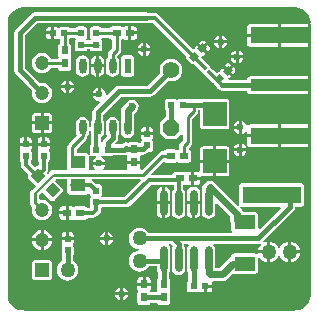
<source format=gtl>
G04 Layer_Physical_Order=1*
G04 Layer_Color=255*
%FSLAX44Y44*%
%MOMM*%
G71*
G01*
G75*
%ADD10R,5.0000X1.4730*%
G04:AMPARAMS|DCode=11|XSize=0.5mm|YSize=0.6mm|CornerRadius=0mm|HoleSize=0mm|Usage=FLASHONLY|Rotation=315.000|XOffset=0mm|YOffset=0mm|HoleType=Round|Shape=Rectangle|*
%AMROTATEDRECTD11*
4,1,4,-0.3889,-0.0353,0.0353,0.3889,0.3889,0.0353,-0.0353,-0.3889,-0.3889,-0.0353,0.0*
%
%ADD11ROTATEDRECTD11*%

G04:AMPARAMS|DCode=12|XSize=0.3mm|YSize=0.5mm|CornerRadius=0mm|HoleSize=0mm|Usage=FLASHONLY|Rotation=45.000|XOffset=0mm|YOffset=0mm|HoleType=Round|Shape=Rectangle|*
%AMROTATEDRECTD12*
4,1,4,0.0707,-0.2828,-0.2828,0.0707,-0.0707,0.2828,0.2828,-0.0707,0.0707,-0.2828,0.0*
%
%ADD12ROTATEDRECTD12*%

%ADD13R,0.5000X0.6000*%
%ADD14R,2.0000X2.0000*%
%ADD15R,5.0000X1.0000*%
%ADD16R,5.0000X1.4000*%
%ADD17R,1.8000X1.2000*%
%ADD18R,0.6000X0.8000*%
%ADD19R,0.6000X0.5000*%
%ADD20R,0.8000X0.6000*%
%ADD21R,1.3000X1.0500*%
%ADD22O,0.6000X2.2000*%
%ADD23R,0.6000X1.3000*%
%ADD24O,0.6000X1.3000*%
G04:AMPARAMS|DCode=25|XSize=0.95mm|YSize=0.9mm|CornerRadius=0mm|HoleSize=0mm|Usage=FLASHONLY|Rotation=45.000|XOffset=0mm|YOffset=0mm|HoleType=Round|Shape=Rectangle|*
%AMROTATEDRECTD25*
4,1,4,-0.0177,-0.6541,-0.6541,-0.0177,0.0177,0.6541,0.6541,0.0177,-0.0177,-0.6541,0.0*
%
%ADD25ROTATEDRECTD25*%

%ADD26C,0.3000*%
%ADD27C,0.4000*%
%ADD28C,0.6000*%
%ADD29C,0.2540*%
%ADD30C,0.2000*%
%ADD31P,1.5154X8X112.5*%
%ADD32C,1.4000*%
%ADD33R,1.2000X1.2000*%
%ADD34C,1.2000*%
%ADD35C,0.6000*%
%ADD36C,1.2700*%
G36*
X245376Y254737D02*
X247919Y253683D01*
X250208Y252154D01*
X252154Y250208D01*
X253683Y247919D01*
X254737Y245376D01*
X255274Y242676D01*
Y242345D01*
X254004Y241319D01*
X254000Y241320D01*
X230270D01*
Y231730D01*
Y222140D01*
X254000D01*
X254004Y222141D01*
X255274Y221115D01*
Y197845D01*
X254004Y196819D01*
X254000Y196820D01*
X204000D01*
X203009Y196623D01*
X202169Y196061D01*
X201607Y195221D01*
X201410Y194230D01*
Y193859D01*
X186642D01*
X185720Y194902D01*
X185654Y195129D01*
X185736Y195285D01*
X185862Y195426D01*
X186623Y195935D01*
X187847Y197159D01*
X184248Y200758D01*
X180648Y204356D01*
X179425Y203133D01*
X178864Y202293D01*
X178667Y201302D01*
X177458Y200870D01*
X177437Y200866D01*
X176597Y200305D01*
X175844Y199552D01*
X173028Y202368D01*
X172902Y202451D01*
X171239Y204115D01*
X170399Y204676D01*
X170388Y204678D01*
X170386Y204689D01*
X169825Y205529D01*
X168162Y207192D01*
X168078Y207318D01*
X162619Y212777D01*
X162766Y212997D01*
X162963Y213988D01*
X164172Y214420D01*
X164193Y214424D01*
X165033Y214985D01*
X166257Y216208D01*
X162658Y219807D01*
X159059Y223407D01*
X157835Y222183D01*
X157274Y221343D01*
X157077Y220352D01*
X155868Y219920D01*
X155847Y219916D01*
X155626Y219769D01*
X126103Y249293D01*
X124766Y250186D01*
X123190Y250499D01*
X117577D01*
X117341Y250657D01*
X115570Y251009D01*
X21590D01*
X21590Y251009D01*
X19819Y250657D01*
X18317Y249653D01*
X18317Y249653D01*
X5617Y236953D01*
X4613Y235451D01*
X4261Y233680D01*
X4261Y233680D01*
Y201930D01*
X4261Y201930D01*
X4613Y200159D01*
X5617Y198657D01*
X19567Y184707D01*
X19326Y182880D01*
X19620Y180651D01*
X20480Y178573D01*
X21849Y176789D01*
X23633Y175420D01*
X25711Y174560D01*
X27940Y174266D01*
X30169Y174560D01*
X32247Y175420D01*
X34031Y176789D01*
X35400Y178573D01*
X36260Y180651D01*
X36554Y182880D01*
X36260Y185109D01*
X35400Y187187D01*
X34031Y188971D01*
X32247Y190340D01*
X30169Y191200D01*
X27940Y191494D01*
X26113Y191253D01*
X13519Y203847D01*
Y231763D01*
X23507Y241751D01*
X115570D01*
X117341Y242103D01*
X117577Y242261D01*
X121484D01*
X150082Y213663D01*
X150006Y213281D01*
X150203Y212290D01*
X150764Y211450D01*
X154300Y207914D01*
X155140Y207353D01*
X156131Y207156D01*
X156513Y207232D01*
X162253Y201492D01*
X162378Y201409D01*
X164041Y199745D01*
X164881Y199184D01*
X164892Y199182D01*
X164894Y199171D01*
X165455Y198331D01*
X167119Y196668D01*
X167202Y196542D01*
X172315Y191430D01*
X173072Y190924D01*
X173577Y190167D01*
X176008Y187737D01*
X176063Y187459D01*
X177067Y185957D01*
X178569Y184953D01*
X180340Y184601D01*
X201410D01*
Y184230D01*
X201607Y183239D01*
X202169Y182399D01*
X203009Y181837D01*
X204000Y181640D01*
X254000D01*
X254004Y181641D01*
X255274Y180615D01*
Y157345D01*
X254004Y156319D01*
X254000Y156320D01*
X230270D01*
Y146730D01*
Y137140D01*
X254000D01*
X254004Y137141D01*
X255274Y136115D01*
Y12700D01*
Y11324D01*
X254737Y8624D01*
X253683Y6081D01*
X252154Y3792D01*
X250208Y1846D01*
X247919Y317D01*
X245376Y-737D01*
X242676Y-1274D01*
X11324D01*
X8624Y-737D01*
X6081Y317D01*
X3792Y1846D01*
X1846Y3792D01*
X317Y6081D01*
X-737Y8624D01*
X-1274Y11324D01*
Y12700D01*
Y241300D01*
Y242676D01*
X-737Y245376D01*
X317Y247919D01*
X1846Y250208D01*
X3792Y252154D01*
X6081Y253683D01*
X8624Y254737D01*
X11324Y255274D01*
X242676D01*
X245376Y254737D01*
D02*
G37*
%LPC*%
G36*
X132080Y103436D02*
Y91310D01*
X136459D01*
Y98040D01*
X136028Y100202D01*
X134804Y102034D01*
X132972Y103259D01*
X132080Y103436D01*
D02*
G37*
G36*
X129540D02*
X128648Y103259D01*
X126816Y102034D01*
X125591Y100202D01*
X125161Y98040D01*
Y91310D01*
X129540D01*
Y103436D01*
D02*
G37*
G36*
X156628Y103605D02*
X155792D01*
X155313Y103510D01*
X154048Y103259D01*
X152216Y102034D01*
X150991Y100202D01*
X150562Y98040D01*
Y91310D01*
X161859D01*
Y98040D01*
X161429Y100202D01*
X160204Y102034D01*
X158372Y103259D01*
X157107Y103510D01*
X156628Y103605D01*
D02*
G37*
G36*
X186580Y123720D02*
X175260D01*
Y112400D01*
X183990D01*
X184981Y112597D01*
X185821Y113159D01*
X186383Y113999D01*
X186580Y114990D01*
Y123720D01*
D02*
G37*
G36*
X161950Y109220D02*
X156630D01*
Y104900D01*
X159360D01*
X160351Y105097D01*
X161191Y105659D01*
X161753Y106499D01*
X161950Y107490D01*
Y109220D01*
D02*
G37*
G36*
X47840Y86870D02*
X45110D01*
X44119Y86673D01*
X43279Y86111D01*
X42717Y85271D01*
X42520Y84280D01*
Y82550D01*
X47840D01*
Y86870D01*
D02*
G37*
G36*
X129540Y88770D02*
X125161D01*
Y82040D01*
X125591Y79878D01*
X126816Y78046D01*
X128648Y76821D01*
X129540Y76644D01*
Y88770D01*
D02*
G37*
G36*
X47840Y80010D02*
X42520D01*
Y78280D01*
X42717Y77289D01*
X43279Y76449D01*
X44119Y75887D01*
X45110Y75690D01*
X47840D01*
Y80010D01*
D02*
G37*
G36*
X136459Y88770D02*
X132080D01*
Y76644D01*
X132972Y76821D01*
X134804Y78046D01*
X136028Y79878D01*
X136459Y82040D01*
Y88770D01*
D02*
G37*
G36*
X161859D02*
X157480D01*
Y76644D01*
X158372Y76821D01*
X160204Y78046D01*
X161429Y79878D01*
X161859Y82040D01*
Y88770D01*
D02*
G37*
G36*
X154940D02*
X150562D01*
Y82040D01*
X150991Y79878D01*
X152216Y78046D01*
X154048Y76821D01*
X154940Y76644D01*
Y88770D01*
D02*
G37*
G36*
X227730Y145460D02*
X201410D01*
Y139730D01*
X201607Y138739D01*
X202169Y137899D01*
X203009Y137337D01*
X204000Y137140D01*
X227730D01*
Y145460D01*
D02*
G37*
G36*
X196850Y140016D02*
Y135890D01*
X200976D01*
X200799Y136782D01*
X199574Y138614D01*
X197742Y139839D01*
X196850Y140016D01*
D02*
G37*
G36*
X12700Y145210D02*
X11470D01*
X10479Y145013D01*
X9639Y144451D01*
X9077Y143611D01*
X8880Y142620D01*
Y140890D01*
X12700D01*
Y145210D01*
D02*
G37*
G36*
X16470D02*
X15240D01*
Y140890D01*
X19060D01*
Y142620D01*
X18863Y143611D01*
X18301Y144451D01*
X17461Y145013D01*
X16470Y145210D01*
D02*
G37*
G36*
X27940D02*
X26710D01*
X25719Y145013D01*
X24879Y144451D01*
X24317Y143611D01*
X24120Y142620D01*
Y140890D01*
X27940D01*
Y145210D01*
D02*
G37*
G36*
X194310Y140016D02*
X193418Y139839D01*
X191586Y138614D01*
X190361Y136782D01*
X190184Y135890D01*
X194310D01*
Y140016D01*
D02*
G37*
G36*
X172720Y137579D02*
X163990D01*
X162999Y137382D01*
X162159Y136821D01*
X161597Y135981D01*
X161400Y134990D01*
Y126260D01*
X172720D01*
Y137579D01*
D02*
G37*
G36*
Y123720D02*
X161400D01*
Y116709D01*
X160958Y116361D01*
X160130Y115927D01*
X159360Y116080D01*
X156630D01*
Y111760D01*
X161950D01*
Y111771D01*
X162392Y112119D01*
X163220Y112553D01*
X163990Y112400D01*
X172720D01*
Y123720D01*
D02*
G37*
G36*
X183990Y137579D02*
X175260D01*
Y126260D01*
X186580D01*
Y134990D01*
X186383Y135981D01*
X185821Y136821D01*
X184981Y137382D01*
X183990Y137579D01*
D02*
G37*
G36*
X200976Y133350D02*
X196850D01*
Y129224D01*
X197742Y129401D01*
X199574Y130626D01*
X200799Y132458D01*
X200976Y133350D01*
D02*
G37*
G36*
X194310D02*
X190184D01*
X190361Y132458D01*
X191586Y130626D01*
X193418Y129401D01*
X194310Y129224D01*
Y133350D01*
D02*
G37*
G36*
X170180Y108519D02*
X168018Y108089D01*
X166186Y106864D01*
X166186Y106864D01*
X164916Y105594D01*
X163692Y103762D01*
X163262Y101600D01*
X163262Y101600D01*
Y90040D01*
Y82040D01*
X163692Y79878D01*
X164916Y78046D01*
X166748Y76821D01*
X168910Y76392D01*
X171072Y76821D01*
X172904Y78046D01*
X174129Y79878D01*
X174559Y82040D01*
Y88844D01*
X175732Y89330D01*
X187391Y77670D01*
Y74930D01*
X187391Y74930D01*
X187800Y72875D01*
Y67380D01*
X187997Y66389D01*
X188532Y65589D01*
X188485Y65345D01*
X188113Y64319D01*
X138430D01*
X138430Y64319D01*
X138430Y64319D01*
X118144D01*
X116830Y66030D01*
X114973Y67455D01*
X112811Y68351D01*
X110490Y68657D01*
X108169Y68351D01*
X106007Y67455D01*
X104150Y66030D01*
X102725Y64173D01*
X101829Y62011D01*
X101523Y59690D01*
X101829Y57369D01*
X102725Y55207D01*
X104150Y53350D01*
X106007Y51925D01*
X108169Y51029D01*
X109845Y50808D01*
X109866Y50805D01*
Y49525D01*
X109845Y49522D01*
X108169Y49301D01*
X106007Y48405D01*
X104150Y46980D01*
X102725Y45123D01*
X101829Y42961D01*
X101523Y40640D01*
X101829Y38319D01*
X102725Y36157D01*
X104150Y34300D01*
X106007Y32875D01*
X108169Y31979D01*
X110490Y31673D01*
X112811Y31979D01*
X114973Y32875D01*
X116830Y34300D01*
X118144Y36011D01*
X125161D01*
Y34040D01*
X125591Y31878D01*
X126181Y30996D01*
Y26706D01*
X125979Y26571D01*
X125417Y25731D01*
X125220Y24740D01*
Y16740D01*
X125417Y15749D01*
X125547Y15556D01*
X124949Y14369D01*
X120161D01*
X119564Y15556D01*
X119693Y15749D01*
X119890Y16740D01*
Y19470D01*
X108710D01*
Y16740D01*
X108907Y15749D01*
X109247Y15240D01*
X108907Y14731D01*
X108710Y13740D01*
Y5740D01*
X108907Y4749D01*
X109469Y3909D01*
X110309Y3347D01*
X111300Y3150D01*
X117300D01*
X118291Y3347D01*
X119131Y3909D01*
X119693Y4749D01*
X119765Y5111D01*
X125345D01*
X125417Y4749D01*
X125979Y3909D01*
X126819Y3347D01*
X127810Y3150D01*
X133810D01*
X134801Y3347D01*
X135641Y3909D01*
X136203Y4749D01*
X136400Y5740D01*
Y13740D01*
X136203Y14731D01*
X135863Y15240D01*
X136203Y15749D01*
X136400Y16740D01*
Y24740D01*
X136203Y25731D01*
X135641Y26571D01*
X135439Y26706D01*
Y30996D01*
X136028Y31878D01*
X136459Y34040D01*
Y50040D01*
X136028Y52202D01*
X134995Y53749D01*
X135435Y54889D01*
X136560Y55014D01*
X138724Y52849D01*
X138291Y52202D01*
X137861Y50040D01*
Y34040D01*
X138291Y31878D01*
X139516Y30046D01*
X141348Y28821D01*
X143510Y28391D01*
X145672Y28821D01*
X147504Y30046D01*
X148729Y31878D01*
X149158Y34040D01*
Y50040D01*
X148729Y52202D01*
X148139Y53084D01*
Y54610D01*
X148139Y54610D01*
X148509Y55061D01*
X151641D01*
X152053Y53791D01*
X150991Y52202D01*
X150562Y50040D01*
Y34040D01*
X150991Y31878D01*
X151581Y30996D01*
Y23463D01*
X151459Y23381D01*
X150897Y22541D01*
X150700Y21550D01*
Y16550D01*
X150897Y15559D01*
X151459Y14719D01*
X152299Y14157D01*
X153290Y13960D01*
X159290D01*
X160281Y14157D01*
X161121Y14719D01*
X161459D01*
X162299Y14157D01*
X163290Y13960D01*
X165020D01*
Y19050D01*
X166290D01*
Y20320D01*
X171880D01*
Y21550D01*
X171726Y22322D01*
X171770Y22515D01*
X172080Y23020D01*
X172528Y23561D01*
X180340D01*
X180340Y23561D01*
X182502Y23991D01*
X184334Y25216D01*
X189223Y30105D01*
X189399Y29987D01*
X190390Y29790D01*
X208390D01*
X209381Y29987D01*
X210221Y30549D01*
X210783Y31389D01*
X210980Y32380D01*
Y42948D01*
X212250Y43379D01*
X213370Y41920D01*
X215227Y40495D01*
X217389Y39599D01*
X218440Y39460D01*
Y46990D01*
X210361D01*
X209685Y46570D01*
X209381Y46773D01*
X208390Y46970D01*
X190390D01*
X189399Y46773D01*
X188559Y46211D01*
X187997Y45371D01*
X187800Y44380D01*
Y43688D01*
X187348Y43598D01*
X185516Y42374D01*
X185516Y42374D01*
X178000Y34859D01*
X174559D01*
Y42040D01*
Y50040D01*
X174129Y52202D01*
X173067Y53791D01*
X173479Y55061D01*
X210820D01*
X210820Y55061D01*
X212357Y55367D01*
X212932Y54767D01*
X213163Y54331D01*
X211945Y52743D01*
X211049Y50581D01*
X210910Y49530D01*
X218440D01*
Y57059D01*
X217389Y56921D01*
X215690Y56217D01*
X214970Y57294D01*
X240763Y83087D01*
X240763Y83087D01*
X241767Y84589D01*
X242119Y86360D01*
Y86565D01*
X247250D01*
X248241Y86762D01*
X249081Y87324D01*
X249643Y88164D01*
X249840Y89155D01*
Y103885D01*
X249643Y104876D01*
X249081Y105716D01*
X248241Y106278D01*
X247250Y106475D01*
X197250D01*
X196259Y106278D01*
X195419Y105716D01*
X194857Y104876D01*
X194660Y103885D01*
Y89155D01*
X194857Y88164D01*
X194886Y88120D01*
X194079Y87044D01*
X193983Y87055D01*
X174174Y106864D01*
X172342Y108089D01*
X170180Y108519D01*
D02*
G37*
G36*
X54620Y58340D02*
X44440D01*
Y56610D01*
X44637Y55619D01*
X45199Y54779D01*
Y54441D01*
X44637Y53601D01*
X44440Y52610D01*
Y46610D01*
X44637Y45619D01*
X44901Y45224D01*
Y40674D01*
X43190Y39360D01*
X41765Y37503D01*
X40869Y35341D01*
X40563Y33020D01*
X40869Y30699D01*
X41765Y28537D01*
X43190Y26680D01*
X45047Y25255D01*
X47209Y24359D01*
X49530Y24053D01*
X51851Y24359D01*
X54013Y25255D01*
X55870Y26680D01*
X57295Y28537D01*
X58191Y30699D01*
X58497Y33020D01*
X58191Y35341D01*
X57295Y37503D01*
X55870Y39360D01*
X54159Y40674D01*
Y45224D01*
X54423Y45619D01*
X54620Y46610D01*
Y52610D01*
X54423Y53601D01*
X53861Y54441D01*
Y54779D01*
X54423Y55619D01*
X54620Y56610D01*
Y58340D01*
D02*
G37*
G36*
X117300Y27330D02*
X115570D01*
Y22010D01*
X119890D01*
Y24740D01*
X119693Y25731D01*
X119131Y26571D01*
X118291Y27133D01*
X117300Y27330D01*
D02*
G37*
G36*
X33940Y41610D02*
X21940D01*
X20949Y41413D01*
X20109Y40851D01*
X19547Y40011D01*
X19350Y39020D01*
Y27020D01*
X19547Y26029D01*
X20109Y25189D01*
X20949Y24627D01*
X21940Y24430D01*
X33940D01*
X34931Y24627D01*
X35771Y25189D01*
X36333Y26029D01*
X36530Y27020D01*
Y39020D01*
X36333Y40011D01*
X35771Y40851D01*
X34931Y41413D01*
X33940Y41610D01*
D02*
G37*
G36*
X238760Y57059D02*
Y49530D01*
X246290D01*
X246151Y50581D01*
X245255Y52743D01*
X243830Y54600D01*
X241973Y56025D01*
X239811Y56921D01*
X238760Y57059D01*
D02*
G37*
G36*
X246290Y46990D02*
X238760D01*
Y39460D01*
X239811Y39599D01*
X241973Y40495D01*
X243830Y41920D01*
X245255Y43777D01*
X246151Y45939D01*
X246290Y46990D01*
D02*
G37*
G36*
X113030Y27330D02*
X111300D01*
X110309Y27133D01*
X109469Y26571D01*
X108907Y25731D01*
X108710Y24740D01*
Y22010D01*
X113030D01*
Y27330D01*
D02*
G37*
G36*
X100646Y11430D02*
X96520D01*
Y7304D01*
X97412Y7481D01*
X99244Y8706D01*
X100469Y10538D01*
X100646Y11430D01*
D02*
G37*
G36*
X93980D02*
X89854D01*
X90031Y10538D01*
X91256Y8706D01*
X93088Y7481D01*
X93980Y7304D01*
Y11430D01*
D02*
G37*
G36*
X171880Y17780D02*
X167560D01*
Y13960D01*
X169290D01*
X170281Y14157D01*
X171121Y14719D01*
X171683Y15559D01*
X171880Y16550D01*
Y17780D01*
D02*
G37*
G36*
X96520Y18096D02*
Y13970D01*
X100646D01*
X100469Y14862D01*
X99244Y16694D01*
X97412Y17919D01*
X96520Y18096D01*
D02*
G37*
G36*
X93980D02*
X93088Y17919D01*
X91256Y16694D01*
X90031Y14862D01*
X89854Y13970D01*
X93980D01*
Y18096D01*
D02*
G37*
G36*
X48260Y65200D02*
X47030D01*
X46039Y65003D01*
X45199Y64441D01*
X44637Y63601D01*
X44440Y62610D01*
Y60880D01*
X48260D01*
Y65200D01*
D02*
G37*
G36*
X29210Y66866D02*
Y59690D01*
X36386D01*
X36260Y60649D01*
X35400Y62727D01*
X34031Y64511D01*
X32247Y65880D01*
X30169Y66740D01*
X29210Y66866D01*
D02*
G37*
G36*
X52030Y65200D02*
X50800D01*
Y60880D01*
X54620D01*
Y62610D01*
X54423Y63601D01*
X53861Y64441D01*
X53021Y65003D01*
X52030Y65200D01*
D02*
G37*
G36*
X83820Y65086D02*
Y60960D01*
X87946D01*
X87769Y61852D01*
X86544Y63684D01*
X84712Y64909D01*
X83820Y65086D01*
D02*
G37*
G36*
X81280D02*
X80388Y64909D01*
X78556Y63684D01*
X77331Y61852D01*
X77154Y60960D01*
X81280D01*
Y65086D01*
D02*
G37*
G36*
X26670Y66866D02*
X25711Y66740D01*
X23633Y65880D01*
X21849Y64511D01*
X20480Y62727D01*
X19620Y60649D01*
X19493Y59690D01*
X26670D01*
Y66866D01*
D02*
G37*
G36*
X36386Y57150D02*
X29210D01*
Y49974D01*
X30169Y50100D01*
X32247Y50960D01*
X34031Y52329D01*
X35400Y54113D01*
X36260Y56191D01*
X36386Y57150D01*
D02*
G37*
G36*
X26670D02*
X19493D01*
X19620Y56191D01*
X20480Y54113D01*
X21849Y52329D01*
X23633Y50960D01*
X25711Y50100D01*
X26670Y49974D01*
Y57150D01*
D02*
G37*
G36*
X236220Y57059D02*
X235169Y56921D01*
X233007Y56025D01*
X231150Y54600D01*
X229725Y52743D01*
X229287Y51688D01*
X227913D01*
X227475Y52743D01*
X226050Y54600D01*
X224193Y56025D01*
X222031Y56921D01*
X220980Y57059D01*
Y48260D01*
Y39460D01*
X222031Y39599D01*
X224193Y40495D01*
X226050Y41920D01*
X227475Y43777D01*
X227913Y44832D01*
X229287D01*
X229725Y43777D01*
X231150Y41920D01*
X233007Y40495D01*
X235169Y39599D01*
X236220Y39460D01*
Y48260D01*
Y57059D01*
D02*
G37*
G36*
X87946Y58420D02*
X83820D01*
Y54294D01*
X84712Y54471D01*
X86544Y55696D01*
X87769Y57528D01*
X87946Y58420D01*
D02*
G37*
G36*
X81280D02*
X77154D01*
X77331Y57528D01*
X78556Y55696D01*
X80388Y54471D01*
X81280Y54294D01*
Y58420D01*
D02*
G37*
G36*
X31710Y145210D02*
X30480D01*
Y140890D01*
X34300D01*
Y142620D01*
X34103Y143611D01*
X33541Y144451D01*
X32701Y145013D01*
X31710Y145210D01*
D02*
G37*
G36*
X191770Y218756D02*
X190878Y218579D01*
X189046Y217354D01*
X187821Y215522D01*
X187644Y214630D01*
X191770D01*
Y218756D01*
D02*
G37*
G36*
X119696Y218440D02*
X115570D01*
Y214314D01*
X116462Y214491D01*
X118294Y215716D01*
X119519Y217548D01*
X119696Y218440D01*
D02*
G37*
G36*
X194310Y218756D02*
Y214630D01*
X198436D01*
X198259Y215522D01*
X197034Y217354D01*
X195202Y218579D01*
X194310Y218756D01*
D02*
G37*
G36*
X177800Y224790D02*
X173674D01*
X173851Y223898D01*
X175076Y222066D01*
X176908Y220841D01*
X177800Y220664D01*
Y224790D01*
D02*
G37*
G36*
X168406Y223760D02*
X165352Y220706D01*
X168053Y218004D01*
X169276Y219228D01*
X169837Y220068D01*
X170034Y221059D01*
X169837Y222050D01*
X169276Y222890D01*
X168406Y223760D01*
D02*
G37*
G36*
X113030Y218440D02*
X108904D01*
X109081Y217548D01*
X110306Y215716D01*
X112138Y214491D01*
X113030Y214314D01*
Y218440D01*
D02*
G37*
G36*
X73660Y214566D02*
X72768Y214389D01*
X70936Y213164D01*
X69711Y211332D01*
X69282Y209170D01*
Y206940D01*
X73660D01*
Y214566D01*
D02*
G37*
G36*
X106020Y239270D02*
X103290D01*
Y234950D01*
X108610D01*
Y236680D01*
X108413Y237671D01*
X107851Y238511D01*
X107011Y239073D01*
X106020Y239270D01*
D02*
G37*
G36*
X76200Y214566D02*
Y206940D01*
X80579D01*
Y209170D01*
X80149Y211332D01*
X78924Y213164D01*
X77092Y214389D01*
X76200Y214566D01*
D02*
G37*
G36*
X198436Y212090D02*
X194310D01*
Y207964D01*
X195202Y208141D01*
X197034Y209366D01*
X198259Y211198D01*
X198436Y212090D01*
D02*
G37*
G36*
X191770D02*
X187644D01*
X187821Y211198D01*
X189046Y209366D01*
X190878Y208141D01*
X191770Y207964D01*
Y212090D01*
D02*
G37*
G36*
X108610Y232410D02*
X103290D01*
Y228090D01*
X106020D01*
X107011Y228287D01*
X107851Y228849D01*
X108413Y229689D01*
X108610Y230680D01*
Y232410D01*
D02*
G37*
G36*
X180340Y231456D02*
Y227330D01*
X184466D01*
X184289Y228222D01*
X183064Y230054D01*
X181232Y231279D01*
X180340Y231456D01*
D02*
G37*
G36*
X35640Y232410D02*
X31320D01*
Y231180D01*
X31517Y230189D01*
X32079Y229349D01*
X32919Y228787D01*
X33910Y228590D01*
X35640D01*
Y232410D01*
D02*
G37*
G36*
Y238770D02*
X33910D01*
X32919Y238573D01*
X32079Y238011D01*
X31517Y237171D01*
X31320Y236180D01*
Y234950D01*
X35640D01*
Y238770D01*
D02*
G37*
G36*
X227730Y241320D02*
X204000D01*
X203009Y241123D01*
X202169Y240561D01*
X201607Y239721D01*
X201410Y238730D01*
Y233000D01*
X227730D01*
Y241320D01*
D02*
G37*
G36*
X177800Y231456D02*
X176908Y231279D01*
X175076Y230054D01*
X173851Y228222D01*
X173674Y227330D01*
X177800D01*
Y231456D01*
D02*
G37*
G36*
X113030Y225106D02*
X112138Y224929D01*
X110306Y223704D01*
X109081Y221872D01*
X108904Y220980D01*
X113030D01*
Y225106D01*
D02*
G37*
G36*
X184466Y224790D02*
X180340D01*
Y220664D01*
X181232Y220841D01*
X183064Y222066D01*
X184289Y223898D01*
X184466Y224790D01*
D02*
G37*
G36*
X115570Y225106D02*
Y220980D01*
X119696D01*
X119519Y221872D01*
X118294Y223704D01*
X116462Y224929D01*
X115570Y225106D01*
D02*
G37*
G36*
X163909Y227184D02*
X162918Y226987D01*
X162078Y226426D01*
X160855Y225203D01*
X163556Y222502D01*
X166610Y225556D01*
X165740Y226426D01*
X164900Y226987D01*
X163909Y227184D01*
D02*
G37*
G36*
X227730Y230460D02*
X201410D01*
Y224730D01*
X201607Y223739D01*
X202169Y222899D01*
X203009Y222337D01*
X204000Y222140D01*
X227730D01*
Y230460D01*
D02*
G37*
G36*
X185499Y208134D02*
X184508Y207937D01*
X183668Y207376D01*
X182445Y206152D01*
X185146Y203452D01*
X188200Y206506D01*
X187330Y207376D01*
X186490Y207937D01*
X185499Y208134D01*
D02*
G37*
G36*
X194310Y159066D02*
X193418Y158889D01*
X191586Y157664D01*
X190361Y155832D01*
X190184Y154940D01*
X194310D01*
Y159066D01*
D02*
G37*
G36*
X119340Y154100D02*
X118110D01*
Y149780D01*
X121930D01*
Y151510D01*
X121733Y152501D01*
X121171Y153341D01*
X120331Y153903D01*
X119340Y154100D01*
D02*
G37*
G36*
X26670Y166070D02*
X21940D01*
X20949Y165873D01*
X20109Y165311D01*
X19547Y164471D01*
X19350Y163480D01*
Y158750D01*
X26670D01*
Y166070D01*
D02*
G37*
G36*
X48260Y186690D02*
X44134D01*
X44311Y185798D01*
X45536Y183966D01*
X47368Y182741D01*
X48260Y182564D01*
Y186690D01*
D02*
G37*
G36*
X33940Y166070D02*
X29210D01*
Y158750D01*
X36530D01*
Y163480D01*
X36333Y164471D01*
X35771Y165311D01*
X34931Y165873D01*
X33940Y166070D01*
D02*
G37*
G36*
X115570Y154100D02*
X114340D01*
X113349Y153903D01*
X112509Y153341D01*
X111947Y152501D01*
X111750Y151510D01*
Y149780D01*
X115570D01*
Y154100D01*
D02*
G37*
G36*
X196850Y159066D02*
Y153670D01*
Y148274D01*
X197742Y148451D01*
X199574Y149676D01*
X200140Y150523D01*
X201410Y150138D01*
Y148000D01*
X227730D01*
Y156320D01*
X204000D01*
X203009Y156123D01*
X202169Y155561D01*
X202152Y155536D01*
X200804Y155805D01*
X200799Y155832D01*
X199574Y157664D01*
X197742Y158889D01*
X196850Y159066D01*
D02*
G37*
G36*
X104140Y177099D02*
X101978Y176669D01*
X100146Y175444D01*
X100146Y175444D01*
X96336Y171634D01*
X95112Y169802D01*
X94682Y167640D01*
X94682Y167640D01*
Y157170D01*
Y150170D01*
X95112Y148008D01*
X96336Y146176D01*
X98168Y144951D01*
X100330Y144522D01*
X102492Y144951D01*
X104324Y146176D01*
X105549Y148008D01*
X105979Y150170D01*
Y157170D01*
Y165300D01*
X108134Y167456D01*
X108134Y167456D01*
X109359Y169288D01*
X109789Y171450D01*
X109359Y173612D01*
X108134Y175444D01*
X106302Y176669D01*
X104140Y177099D01*
D02*
G37*
G36*
X194310Y152400D02*
X190184D01*
X190361Y151508D01*
X191586Y149676D01*
X193418Y148451D01*
X194310Y148274D01*
Y152400D01*
D02*
G37*
G36*
X36530Y156210D02*
X29210D01*
Y148890D01*
X33940D01*
X34931Y149087D01*
X35771Y149649D01*
X36333Y150489D01*
X36530Y151480D01*
Y156210D01*
D02*
G37*
G36*
X26670D02*
X19350D01*
Y151480D01*
X19547Y150489D01*
X20109Y149649D01*
X20949Y149087D01*
X21940Y148890D01*
X26670D01*
Y156210D01*
D02*
G37*
G36*
X103330Y214760D02*
X97330D01*
X96339Y214563D01*
X95499Y214001D01*
X94937Y213161D01*
X94740Y212170D01*
Y199170D01*
X94937Y198179D01*
X95499Y197339D01*
X96339Y196777D01*
X97330Y196580D01*
X103330D01*
X104321Y196777D01*
X105161Y197339D01*
X105723Y198179D01*
X105920Y199170D01*
Y212170D01*
X105723Y213161D01*
X105161Y214001D01*
X104321Y214563D01*
X103330Y214760D01*
D02*
G37*
G36*
X62230Y214818D02*
X60068Y214389D01*
X58236Y213164D01*
X57011Y211332D01*
X56582Y209170D01*
Y202170D01*
X57011Y200008D01*
X58236Y198176D01*
X60068Y196951D01*
X62230Y196521D01*
X64392Y196951D01*
X66224Y198176D01*
X67449Y200008D01*
X67878Y202170D01*
Y209170D01*
X67449Y211332D01*
X66224Y213164D01*
X64392Y214389D01*
X62230Y214818D01*
D02*
G37*
G36*
X73660Y204400D02*
X69282D01*
Y202170D01*
X69711Y200008D01*
X70936Y198176D01*
X72768Y196951D01*
X73660Y196774D01*
Y204400D01*
D02*
G37*
G36*
X189996Y204710D02*
X186942Y201656D01*
X189643Y198955D01*
X190866Y200178D01*
X191427Y201018D01*
X191624Y202009D01*
X191427Y203000D01*
X190866Y203840D01*
X189996Y204710D01*
D02*
G37*
G36*
X80579Y204400D02*
X76200D01*
Y196774D01*
X77092Y196951D01*
X78924Y198176D01*
X80149Y200008D01*
X80579Y202170D01*
Y204400D01*
D02*
G37*
G36*
X137160Y211822D02*
X134670Y211494D01*
X132349Y210533D01*
X130356Y209004D01*
X128827Y207011D01*
X127866Y204690D01*
X127538Y202200D01*
X127866Y199710D01*
X127941Y199527D01*
X117193Y188779D01*
X92710D01*
X92710Y188779D01*
X90939Y188427D01*
X89437Y187423D01*
X89437Y187423D01*
X83024Y181010D01*
X81848Y181610D01*
X81419Y183772D01*
X80194Y185604D01*
X78362Y186829D01*
X77470Y187006D01*
Y181610D01*
X76200D01*
Y180340D01*
X70804D01*
X70981Y179448D01*
X72206Y177616D01*
X74038Y176391D01*
X76200Y175961D01*
X76800Y174786D01*
X71657Y169643D01*
X70653Y168141D01*
X70301Y166370D01*
X70301Y166370D01*
Y160214D01*
X69711Y159332D01*
X69281Y157170D01*
Y153928D01*
X69149Y153777D01*
X67878Y154256D01*
Y157170D01*
X67449Y159332D01*
X66224Y161164D01*
X64392Y162389D01*
X62230Y162819D01*
X60068Y162389D01*
X58236Y161164D01*
X57011Y159332D01*
X56582Y157170D01*
Y150170D01*
X57011Y148008D01*
X57686Y146999D01*
X50593Y139907D01*
X49751Y138647D01*
X49455Y137160D01*
Y129929D01*
X49330Y129300D01*
Y118800D01*
X49337Y118765D01*
X48326Y117495D01*
X37679D01*
X36192Y117199D01*
X34932Y116357D01*
X34148Y115184D01*
X33310Y114346D01*
X33181Y114359D01*
X32246Y115294D01*
X33016Y116445D01*
X33329Y118022D01*
Y124647D01*
X33541Y124789D01*
X34103Y125629D01*
X34300Y126620D01*
Y132620D01*
X34103Y133611D01*
X33541Y134451D01*
Y134789D01*
X34103Y135629D01*
X34300Y136620D01*
Y138350D01*
X29210D01*
X24120D01*
Y136620D01*
X24317Y135629D01*
X24879Y134789D01*
Y134451D01*
X24317Y133611D01*
X24120Y132620D01*
Y126620D01*
X24317Y125629D01*
X24879Y124789D01*
X25091Y124647D01*
Y121567D01*
X24986Y121481D01*
X23995Y121284D01*
X23155Y120723D01*
X22074Y119642D01*
X18235Y123480D01*
X18301Y124789D01*
X18863Y125629D01*
X19060Y126620D01*
Y132620D01*
X18863Y133611D01*
X18301Y134451D01*
Y134789D01*
X18863Y135629D01*
X19060Y136620D01*
Y138350D01*
X13970D01*
X8880D01*
Y136620D01*
X9077Y135629D01*
X9639Y134789D01*
Y134451D01*
X9077Y133611D01*
X8880Y132620D01*
Y126620D01*
X9077Y125629D01*
X9639Y124789D01*
X9851Y124647D01*
Y121920D01*
X10164Y120344D01*
X11057Y119007D01*
X16286Y113779D01*
X15876Y113165D01*
X15679Y112174D01*
X15876Y111183D01*
X16437Y110343D01*
X22801Y103979D01*
X22814Y103850D01*
X20016Y101052D01*
X18843Y100268D01*
X18001Y99008D01*
X17705Y97521D01*
Y90170D01*
X18001Y88683D01*
X18843Y87423D01*
X19795Y86472D01*
X19620Y86049D01*
X19326Y83820D01*
X19620Y81591D01*
X20480Y79513D01*
X21849Y77729D01*
X23633Y76360D01*
X25711Y75500D01*
X27940Y75206D01*
X30169Y75500D01*
X32247Y76360D01*
X34031Y77729D01*
X35400Y79513D01*
X36260Y81591D01*
X36554Y83820D01*
X36260Y86049D01*
X35400Y88127D01*
X34031Y89911D01*
X32247Y91280D01*
X30169Y92140D01*
X27940Y92434D01*
X26745Y92276D01*
X25475Y93359D01*
Y96302D01*
X27581Y98408D01*
X28458Y98322D01*
X34822Y91958D01*
X35662Y91397D01*
X36653Y91200D01*
X37644Y91397D01*
X38484Y91958D01*
X45202Y98675D01*
X45763Y99516D01*
X45960Y100507D01*
X45763Y101498D01*
X45202Y102338D01*
X39085Y108455D01*
X39350Y109423D01*
X39565Y109725D01*
X49330D01*
Y105100D01*
X49221Y104550D01*
X49330Y104000D01*
Y99300D01*
X49527Y98309D01*
X50089Y97469D01*
X50929Y96907D01*
X51920Y96710D01*
X64920D01*
X65911Y96907D01*
X66751Y97469D01*
X67313Y98309D01*
X68570Y98122D01*
Y97250D01*
X68767Y96259D01*
X69329Y95419D01*
Y95081D01*
X68767Y94241D01*
X68570Y93250D01*
Y87250D01*
X68686Y86669D01*
X68065Y85625D01*
X67814Y85399D01*
X66417D01*
X65941Y86111D01*
X65101Y86673D01*
X64110Y86870D01*
X56110D01*
X55119Y86673D01*
X54610Y86333D01*
X54101Y86673D01*
X53110Y86870D01*
X50380D01*
Y81280D01*
Y75690D01*
X53110D01*
X54101Y75887D01*
X54610Y76227D01*
X55119Y75887D01*
X56110Y75690D01*
X64110D01*
X65101Y75887D01*
X65941Y76449D01*
X66417Y77161D01*
X71120D01*
X72696Y77474D01*
X74033Y78367D01*
X76573Y80907D01*
X77466Y82244D01*
X77779Y83820D01*
Y85277D01*
X77991Y85419D01*
X78467Y86131D01*
X99140D01*
X100716Y86444D01*
X102053Y87337D01*
X119816Y105101D01*
X139364D01*
X139369Y105097D01*
X139391Y105093D01*
Y101847D01*
X138291Y100202D01*
X137861Y98040D01*
Y82040D01*
X138291Y79878D01*
X139516Y78046D01*
X141348Y76821D01*
X143510Y76392D01*
X145672Y76821D01*
X147504Y78046D01*
X148729Y79878D01*
X149158Y82040D01*
Y98040D01*
X148729Y100202D01*
X147629Y101847D01*
Y104900D01*
X148360D01*
X149351Y105097D01*
X149860Y105437D01*
X150369Y105097D01*
X151360Y104900D01*
X154090D01*
Y110490D01*
Y116080D01*
X151360D01*
X150369Y115883D01*
X149860Y115543D01*
X149351Y115883D01*
X148360Y116080D01*
X140360D01*
X139369Y115883D01*
X138529Y115321D01*
X137967Y114481D01*
X137770Y113490D01*
Y113339D01*
X120492D01*
X120006Y114513D01*
X130266Y124772D01*
X130909Y124709D01*
X131749Y124147D01*
X132740Y123950D01*
X140740D01*
X141731Y124147D01*
X142240Y124487D01*
X142749Y124147D01*
X143740Y123950D01*
X151740D01*
X152731Y124147D01*
X153571Y124709D01*
X154133Y125549D01*
X154330Y126540D01*
Y132540D01*
X154133Y133531D01*
X153571Y134371D01*
X152731Y134933D01*
X152361Y135006D01*
X152022Y136369D01*
X153877Y138223D01*
X154719Y139483D01*
X155015Y140970D01*
Y160951D01*
X158957Y164893D01*
X159799Y166153D01*
X160095Y167640D01*
Y168091D01*
X161400D01*
Y154990D01*
X161597Y153999D01*
X162159Y153159D01*
X162999Y152597D01*
X163990Y152400D01*
X183990D01*
X184981Y152597D01*
X185821Y153159D01*
X186383Y153999D01*
X186580Y154990D01*
Y174990D01*
X186383Y175981D01*
X185821Y176821D01*
X184981Y177382D01*
X183990Y177579D01*
X163990D01*
X162999Y177382D01*
X162949Y177349D01*
X151626D01*
X151231Y177613D01*
X150240Y177810D01*
X144240D01*
X143249Y177613D01*
X142409Y177051D01*
X142071D01*
X141231Y177613D01*
X140240Y177810D01*
X134240D01*
X133249Y177613D01*
X132409Y177051D01*
X131847Y176211D01*
X131650Y175220D01*
Y170220D01*
X131847Y169229D01*
X132409Y168389D01*
X132611Y168254D01*
Y162754D01*
X131829Y162231D01*
X128329Y158731D01*
X127767Y157891D01*
X127570Y156900D01*
Y149900D01*
X127767Y148909D01*
X128329Y148069D01*
X131829Y144569D01*
X132669Y144007D01*
X133660Y143810D01*
X140660D01*
X141651Y144007D01*
X142491Y144569D01*
X145975Y148053D01*
X146044Y148052D01*
X147245Y147660D01*
Y142579D01*
X144993Y140327D01*
X144151Y139066D01*
X143855Y137580D01*
Y135130D01*
X143740D01*
X142749Y134933D01*
X142240Y134593D01*
X141731Y134933D01*
X140740Y135130D01*
X132740D01*
X131749Y134933D01*
X130909Y134371D01*
X130347Y133531D01*
X130326Y133425D01*
X129540D01*
X128053Y133129D01*
X126793Y132287D01*
X112423Y117917D01*
X111596Y118011D01*
X111364Y118314D01*
X110846Y119265D01*
X111000Y120040D01*
Y122770D01*
X105410D01*
X99820D01*
Y120040D01*
X100017Y119049D01*
X100207Y118765D01*
X99536Y117495D01*
X79934D01*
X79549Y118765D01*
X80194Y119196D01*
X81419Y121028D01*
X81596Y121920D01*
X70804D01*
X70981Y121028D01*
X72206Y119196D01*
X72851Y118765D01*
X72466Y117495D01*
X68514D01*
X67503Y118765D01*
X67510Y118800D01*
Y129300D01*
X67313Y130291D01*
X66751Y131131D01*
X65911Y131693D01*
X64920Y131890D01*
X57225D01*
Y135551D01*
X64977Y143303D01*
X65819Y144563D01*
X66115Y146050D01*
Y146103D01*
X66224Y146176D01*
X67449Y148008D01*
X67878Y150170D01*
Y150704D01*
X69149Y151183D01*
X69281Y151032D01*
Y150170D01*
X69621Y148464D01*
Y139427D01*
X68909Y138951D01*
X68347Y138111D01*
X68150Y137120D01*
Y132120D01*
X68347Y131129D01*
X68909Y130289D01*
X69749Y129727D01*
X70740Y129530D01*
X73605D01*
X73690Y129311D01*
X73816Y128260D01*
X72206Y127184D01*
X70981Y125352D01*
X70804Y124460D01*
X81596D01*
X81419Y125352D01*
X80194Y127184D01*
X78453Y128347D01*
X78276Y128856D01*
X78114Y129706D01*
X78359Y130009D01*
X78930Y130274D01*
X79749Y129727D01*
X80740Y129530D01*
X86740D01*
X87731Y129727D01*
X88126Y129991D01*
X97370D01*
X97370Y129991D01*
X98719Y130259D01*
X99415Y130147D01*
X99844Y129353D01*
X100004Y128964D01*
X99820Y128040D01*
Y125310D01*
X105410D01*
X111000D01*
Y128040D01*
X110803Y129031D01*
X110674Y129224D01*
X111271Y130411D01*
X113370D01*
X113370Y130411D01*
X115141Y130763D01*
X116643Y131767D01*
X117797Y132920D01*
X119340D01*
X120331Y133117D01*
X121171Y133679D01*
X121733Y134519D01*
X121930Y135510D01*
Y141510D01*
X121733Y142501D01*
X121171Y143341D01*
Y143679D01*
X121733Y144519D01*
X121930Y145510D01*
Y147240D01*
X111750D01*
Y145510D01*
X111947Y144519D01*
X112509Y143679D01*
Y143341D01*
X111947Y142501D01*
X111750Y141510D01*
Y140899D01*
X110480Y140513D01*
X110241Y140871D01*
X109401Y141433D01*
X108410Y141630D01*
X102410D01*
X101419Y141433D01*
X100579Y140871D01*
X100441Y140664D01*
X99060Y140939D01*
X97289Y140587D01*
X95787Y139583D01*
X95453Y139249D01*
X90305D01*
X89819Y140422D01*
X90903Y141507D01*
X90903Y141507D01*
X91907Y143009D01*
X92259Y144780D01*
Y147126D01*
X92849Y148008D01*
X93279Y150170D01*
Y157170D01*
X92849Y159332D01*
X91624Y161164D01*
X89792Y162389D01*
X87630Y162819D01*
X85468Y162389D01*
X83636Y161164D01*
X82411Y159332D01*
X81981Y157170D01*
Y150170D01*
X82411Y148008D01*
X83001Y147126D01*
Y146697D01*
X80467Y144163D01*
X79463Y142661D01*
X79111Y140890D01*
X79111Y140890D01*
X77859Y140934D01*
Y145464D01*
X78924Y146176D01*
X80148Y148008D01*
X80578Y150170D01*
Y157170D01*
X80148Y159332D01*
X79559Y160214D01*
Y164453D01*
X94627Y179521D01*
X119110D01*
X119110Y179521D01*
X120881Y179873D01*
X122383Y180877D01*
X134487Y192981D01*
X134670Y192906D01*
X137160Y192578D01*
X139650Y192906D01*
X141971Y193867D01*
X143964Y195396D01*
X145493Y197389D01*
X146454Y199710D01*
X146782Y202200D01*
X146454Y204690D01*
X145493Y207011D01*
X143964Y209004D01*
X141971Y210533D01*
X139650Y211494D01*
X137160Y211822D01*
D02*
G37*
G36*
X74930Y187006D02*
X74038Y186829D01*
X72206Y185604D01*
X70981Y183772D01*
X70804Y182880D01*
X74930D01*
Y187006D01*
D02*
G37*
G36*
X54926Y186690D02*
X50800D01*
Y182564D01*
X51692Y182741D01*
X53524Y183966D01*
X54749Y185798D01*
X54926Y186690D01*
D02*
G37*
G36*
X100750Y239270D02*
X98020D01*
X97029Y239073D01*
X96520Y238733D01*
X96011Y239073D01*
X95020Y239270D01*
X87020D01*
X86029Y239073D01*
X85189Y238511D01*
X84627Y237671D01*
X84606Y237565D01*
X78558D01*
X78553Y237591D01*
X77991Y238431D01*
X77151Y238993D01*
X76160Y239190D01*
X71160D01*
X70169Y238993D01*
X69329Y238431D01*
X68767Y237591D01*
X68570Y236600D01*
Y230600D01*
X68767Y229609D01*
X69329Y228769D01*
Y228513D01*
X68548Y227485D01*
X65874D01*
X65853Y227591D01*
X65291Y228431D01*
Y228769D01*
X65853Y229609D01*
X66050Y230600D01*
Y236600D01*
X65853Y237591D01*
X65291Y238431D01*
X64451Y238993D01*
X63460Y239190D01*
X58460D01*
X57469Y238993D01*
X56629Y238431D01*
X56067Y237591D01*
X56062Y237565D01*
X52040D01*
X51741Y238011D01*
X50901Y238573D01*
X49910Y238770D01*
X43910D01*
X42919Y238573D01*
X42079Y238011D01*
X41741D01*
X40901Y238573D01*
X39910Y238770D01*
X38180D01*
Y233680D01*
Y228590D01*
X39910D01*
X40901Y228787D01*
X41741Y229349D01*
X42079D01*
X42919Y228787D01*
X43105Y228750D01*
Y225274D01*
X42999Y225253D01*
X42159Y224691D01*
X41597Y223851D01*
X41400Y222860D01*
Y214860D01*
X41597Y213869D01*
X41937Y213360D01*
X41597Y212851D01*
X41400Y211860D01*
Y211745D01*
X35749D01*
X35400Y212587D01*
X34031Y214371D01*
X32247Y215740D01*
X30169Y216600D01*
X27940Y216894D01*
X25711Y216600D01*
X23633Y215740D01*
X21849Y214371D01*
X20480Y212587D01*
X19620Y210509D01*
X19326Y208280D01*
X19620Y206051D01*
X20480Y203973D01*
X21849Y202189D01*
X23633Y200820D01*
X25711Y199960D01*
X27940Y199666D01*
X30169Y199960D01*
X32247Y200820D01*
X34031Y202189D01*
X35400Y203973D01*
X35401Y203975D01*
X41400D01*
Y203860D01*
X41597Y202869D01*
X42159Y202029D01*
X42999Y201467D01*
X43990Y201270D01*
X49990D01*
X50981Y201467D01*
X51821Y202029D01*
X52383Y202869D01*
X52580Y203860D01*
Y211860D01*
X52383Y212851D01*
X52043Y213360D01*
X52383Y213869D01*
X52580Y214860D01*
Y222860D01*
X52383Y223851D01*
X51821Y224691D01*
X50981Y225253D01*
X50875Y225274D01*
Y228782D01*
X50901Y228787D01*
X51741Y229349D01*
X52040Y229795D01*
X56030D01*
X56067Y229609D01*
X56629Y228769D01*
Y228431D01*
X56067Y227591D01*
X55870Y226600D01*
Y220600D01*
X56067Y219609D01*
X56629Y218769D01*
X57469Y218207D01*
X58460Y218010D01*
X63460D01*
X64451Y218207D01*
X65291Y218769D01*
X65853Y219609D01*
X65874Y219715D01*
X68746D01*
X68767Y219609D01*
X69329Y218769D01*
X70169Y218207D01*
X71160Y218010D01*
X76160D01*
X77151Y218207D01*
X77991Y218769D01*
X78553Y219609D01*
X78750Y220600D01*
Y222792D01*
X78895Y223520D01*
X78750Y224248D01*
Y226600D01*
X78553Y227591D01*
X77991Y228431D01*
Y228769D01*
X78553Y229609D01*
X78590Y229795D01*
X84606D01*
X84627Y229689D01*
X85189Y228849D01*
X86029Y228287D01*
X87020Y228090D01*
X87135D01*
Y220899D01*
X84883Y218647D01*
X84041Y217387D01*
X83745Y215900D01*
Y213237D01*
X83636Y213164D01*
X82411Y211332D01*
X81981Y209170D01*
Y202170D01*
X82411Y200008D01*
X83636Y198176D01*
X85468Y196951D01*
X87630Y196521D01*
X89792Y196951D01*
X91624Y198176D01*
X92849Y200008D01*
X93279Y202170D01*
Y209170D01*
X92849Y211332D01*
X91624Y213164D01*
X91634Y214410D01*
X93767Y216543D01*
X94609Y217803D01*
X94905Y219290D01*
Y228090D01*
X95020D01*
X96011Y228287D01*
X96520Y228627D01*
X97029Y228287D01*
X98020Y228090D01*
X100750D01*
Y233680D01*
Y239270D01*
D02*
G37*
G36*
X50800Y193356D02*
Y189230D01*
X54926D01*
X54749Y190122D01*
X53524Y191954D01*
X51692Y193179D01*
X50800Y193356D01*
D02*
G37*
G36*
X48260D02*
X47368Y193179D01*
X45536Y191954D01*
X44311Y190122D01*
X44134Y189230D01*
X48260D01*
Y193356D01*
D02*
G37*
%LPD*%
G36*
X196259Y86762D02*
X197250Y86565D01*
X229490D01*
X229976Y85392D01*
X212250Y67666D01*
X210980Y68192D01*
Y79380D01*
X210783Y80371D01*
X210221Y81211D01*
X209381Y81773D01*
X208390Y81970D01*
X198299D01*
X198259Y82172D01*
X197034Y84004D01*
X197034Y84004D01*
X195150Y85888D01*
X195139Y85983D01*
X196215Y86791D01*
X196259Y86762D01*
D02*
G37*
G36*
X111617Y108552D02*
X97434Y94369D01*
X78701D01*
X78119Y95230D01*
X78013Y95451D01*
X78553Y96259D01*
X78750Y97250D01*
Y103250D01*
X78553Y104241D01*
X77991Y105081D01*
X77151Y105643D01*
X76160Y105840D01*
X73896D01*
X72273Y107463D01*
X70936Y108356D01*
X70435Y108455D01*
X70560Y109725D01*
X111131D01*
X111617Y108552D01*
D02*
G37*
D10*
X222250Y96520D02*
D03*
D11*
X178074Y194584D02*
D03*
X185146Y201656D02*
D03*
X156484Y213634D02*
D03*
X163556Y220706D02*
D03*
D12*
X165165Y204405D02*
D03*
X170115Y199455D02*
D03*
D13*
X116840Y138510D02*
D03*
Y148510D02*
D03*
X49530Y49610D02*
D03*
Y59610D02*
D03*
X60960Y223600D02*
D03*
Y233600D02*
D03*
X73660Y223600D02*
D03*
Y233600D02*
D03*
Y100250D02*
D03*
Y90250D02*
D03*
X13970Y129620D02*
D03*
Y139620D02*
D03*
X29210Y129620D02*
D03*
Y139620D02*
D03*
D14*
X173990Y124990D02*
D03*
Y164990D02*
D03*
D15*
X229000Y189230D02*
D03*
D16*
Y231730D02*
D03*
Y146730D02*
D03*
D17*
X199390Y38380D02*
D03*
Y73380D02*
D03*
D18*
X114300Y20740D02*
D03*
Y9740D02*
D03*
X105410Y124040D02*
D03*
Y135040D02*
D03*
X46990Y207860D02*
D03*
Y218860D02*
D03*
X130810Y9740D02*
D03*
Y20740D02*
D03*
D19*
X166290Y19050D02*
D03*
X156290D02*
D03*
X137240Y172720D02*
D03*
X147240D02*
D03*
X83740Y134620D02*
D03*
X73740D02*
D03*
X46910Y233680D02*
D03*
X36910D02*
D03*
D20*
X155360Y110490D02*
D03*
X144360D02*
D03*
X60110Y81280D02*
D03*
X49110D02*
D03*
X147740Y129540D02*
D03*
X136740D02*
D03*
X102020Y233680D02*
D03*
X91020D02*
D03*
D21*
X58420Y124050D02*
D03*
Y104550D02*
D03*
D22*
X168910Y90040D02*
D03*
X156210D02*
D03*
X143510D02*
D03*
X130810D02*
D03*
X168910Y42040D02*
D03*
X156210D02*
D03*
X143510D02*
D03*
X130810D02*
D03*
D23*
X100330Y205670D02*
D03*
D24*
X87630D02*
D03*
X74930D02*
D03*
X62230D02*
D03*
X100330Y153670D02*
D03*
X87630Y153670D02*
D03*
X74930Y153670D02*
D03*
X62230Y153670D02*
D03*
D25*
X36830Y100330D02*
D03*
X24809Y112351D02*
D03*
D26*
X115570Y246380D02*
X123190D01*
X165165Y204405D01*
X176490Y193080D02*
X180340Y189230D01*
X175228Y194343D02*
X177753D01*
X170115Y199455D02*
X175228Y194343D01*
X143510Y90040D02*
Y109220D01*
X118110D02*
X143510D01*
X73740Y134620D02*
Y152480D01*
X99140Y90250D02*
X118110Y109220D01*
X73660Y90250D02*
X99140D01*
X73660Y83820D02*
Y90250D01*
X71120Y81280D02*
X73660Y83820D01*
X62650Y81280D02*
X71120D01*
X53340Y104550D02*
X69360D01*
X73660Y100250D01*
X13970Y121920D02*
X23539Y112351D01*
X13970Y121920D02*
Y129620D01*
X29210Y118022D02*
Y129620D01*
X23539Y112351D02*
X29210Y118022D01*
D27*
X180340Y189230D02*
X229000D01*
X21590Y246380D02*
X115570D01*
X8890Y233680D02*
X21590Y246380D01*
X8890Y201930D02*
Y233680D01*
Y201930D02*
X27940Y182880D01*
X210820Y59690D02*
X237490Y86360D01*
X138430Y59690D02*
X210820D01*
X237490Y86360D02*
Y88900D01*
X49530Y49610D02*
X49530Y49610D01*
X49530Y33020D02*
Y49610D01*
X114300Y9740D02*
X114300Y9740D01*
X130810D01*
X129410Y40640D02*
X130810Y39240D01*
Y20740D02*
Y39240D01*
X110490Y40640D02*
X129410D01*
X138430Y59690D02*
X143510Y54610D01*
X110490Y59690D02*
X138430D01*
X143510Y42040D02*
Y54610D01*
X156210Y21670D02*
X156290Y21590D01*
X156210Y21670D02*
Y42040D01*
X97370Y134620D02*
X99060Y136310D01*
X113370Y135040D02*
X116840Y138510D01*
X99060Y135040D02*
X113370D01*
X83740Y134620D02*
X97370D01*
X119110Y184150D02*
X137160Y202200D01*
X92710Y184150D02*
X119110D01*
X74930Y166370D02*
X92710Y184150D01*
X87630Y144780D02*
Y153670D01*
X83740Y140890D02*
X87630Y144780D01*
X83740Y134620D02*
Y140890D01*
X73740Y152480D02*
X74930Y153670D01*
X156210Y172720D02*
X169860D01*
X147240D02*
X156210D01*
X137240Y153640D02*
Y172720D01*
X74930Y153670D02*
Y166370D01*
D28*
X193040Y74930D02*
Y80010D01*
X170180Y102870D02*
X193040Y80010D01*
Y74930D02*
X195580Y72390D01*
X189510Y38380D02*
X199390D01*
X100330Y167640D02*
X104140Y171450D01*
X100330Y153670D02*
Y167640D01*
X180340Y29210D02*
X189510Y38380D01*
X172005Y29210D02*
X180340D01*
X171585Y29630D02*
X172005Y29210D01*
X169760Y29630D02*
X171585D01*
X168910Y30480D02*
X169760Y29630D01*
X168910Y30480D02*
Y42040D01*
Y90040D02*
Y101600D01*
X170180Y102870D01*
D29*
X129540Y129540D02*
X136740D01*
X53340Y124050D02*
Y137160D01*
X62230Y146050D01*
Y153670D01*
X156210Y167640D02*
Y172720D01*
X151130Y162560D02*
X156210Y167640D01*
X151130Y140970D02*
Y162560D01*
X147740Y137580D02*
X151130Y140970D01*
X147740Y129540D02*
Y137580D01*
X137080Y153480D02*
X137240Y153640D01*
X169860Y172720D02*
X170180Y172400D01*
X137080Y153480D02*
X137160Y153400D01*
X87630Y205670D02*
Y215900D01*
X91020Y219290D01*
Y233680D01*
X73660Y233600D02*
X73740Y233680D01*
X91020D01*
X60880Y233680D02*
X60960Y233600D01*
X46910Y233680D02*
X60880D01*
X46910D02*
X46990Y233600D01*
Y218860D02*
Y233600D01*
X73740Y223520D02*
X75010D01*
X73740D02*
X73820Y223600D01*
X60960D02*
X73820D01*
X27940Y208280D02*
X28360Y207860D01*
X46990D01*
Y218860D02*
X47330Y218520D01*
X113610Y113610D02*
X129540Y129540D01*
X37679Y113610D02*
X113610D01*
X21590Y90170D02*
X27940Y83820D01*
X21590Y90170D02*
Y97521D01*
X12700Y254000D02*
G03*
X0Y241300I0J-12700D01*
G01*
X254000D02*
G03*
X241300Y254000I-12700J0D01*
G01*
Y0D02*
G03*
X254000Y12700I0J12700D01*
G01*
X0D02*
G03*
X12700Y0I12700J0D01*
G01*
X0Y130810D02*
Y241300D01*
X12700Y254000D02*
X241300D01*
X254000Y12700D02*
Y241300D01*
X12700Y0D02*
X241300D01*
X0Y12700D02*
Y132080D01*
D30*
X21590Y97521D02*
X37679Y113610D01*
D31*
X137160Y153400D02*
D03*
D32*
Y202200D02*
D03*
D33*
X27940Y157480D02*
D03*
Y33020D02*
D03*
D34*
Y182880D02*
D03*
Y208280D02*
D03*
Y58420D02*
D03*
Y83820D02*
D03*
D35*
X193040Y213360D02*
D03*
X76200Y123190D02*
D03*
X114300Y219710D02*
D03*
X195580Y153670D02*
D03*
X49530Y187960D02*
D03*
X82550Y59690D02*
D03*
X95250Y12700D02*
D03*
X104140Y171450D02*
D03*
X179070Y226060D02*
D03*
X195580Y134620D02*
D03*
X76200Y181610D02*
D03*
D36*
X237490Y48260D02*
D03*
X219710D02*
D03*
X110490Y40640D02*
D03*
Y59690D02*
D03*
X49530Y33020D02*
D03*
M02*

</source>
